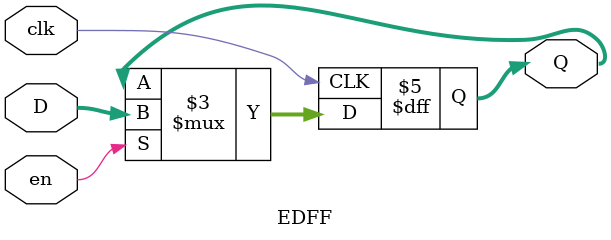
<source format=v>
`timescale 1ns / 1ps


module EDFF#( parameter W = 8 )
(
    input clk,						// clock signal 
    input en,						// enable signal
    input [W-1:0] D,				// D signal
    output reg [W-1:0] Q			// Q output
    );
    
    always @(posedge clk)	
        if(en)						// if enable is True
            Q = D;					// set Q as D
    
endmodule

</source>
